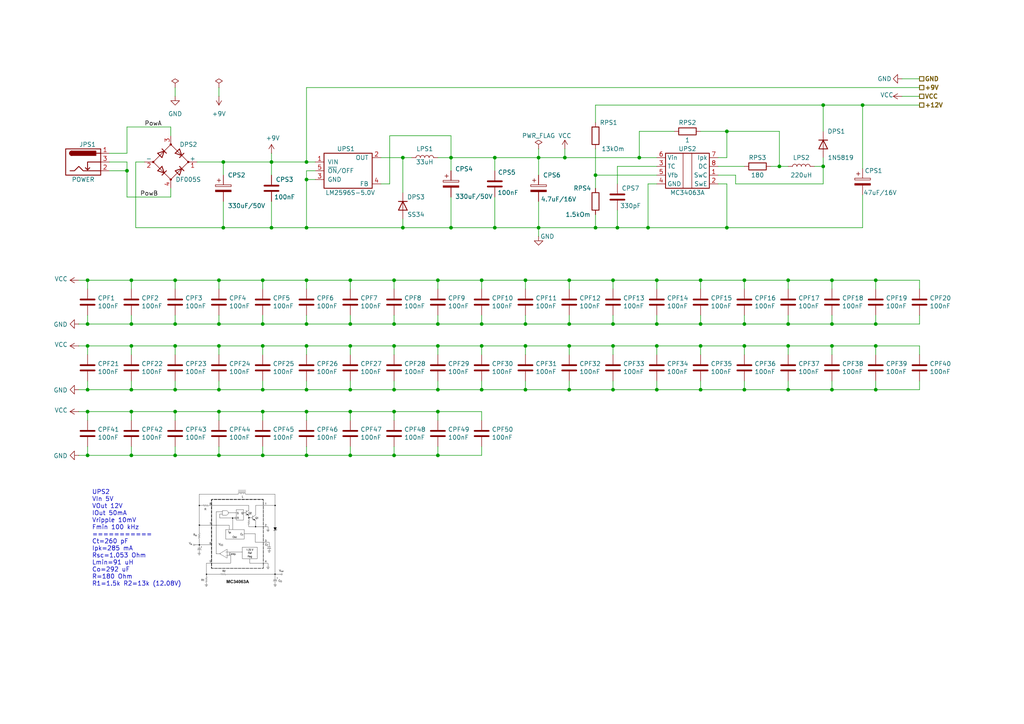
<source format=kicad_sch>
(kicad_sch (version 20231120) (generator "eeschema") (generator_version "8.0")
  (paper "A4")
  (lib_symbols
    (symbol "Device:C" (pin_numbers hide) (pin_names (offset 0.254))
      (property "Reference" "C" (at 0.635 2.54 0))
      (property "Value" "C" (at 0.635 -2.54 0))
      (symbol "C_1_1"
        (pin passive line (at 0 3.81 270) (length 2.794) (name "~") (number "1"))
        (pin passive line (at 0 -3.81 90) (length 2.794) (name "~") (number "2"))
      )
    )
    (symbol "Device:C_Polarized" (pin_numbers hide) (pin_names (offset 0.254))
      (property "Reference" "C" (at 0.635 2.54 0))
      (property "Value" "C_Polarized" (at 0.635 -2.54 0))
      (symbol "C_Polarized_1_1"
        (pin passive line (at 0 3.81 270) (length 2.794) (name "~") (number "1"))
        (pin passive line (at 0 -3.81 90) (length 2.794) (name "~") (number "2"))
      )
    )
    (symbol "Device:D" (pin_numbers hide) (pin_names (offset 1.016) hide)
      (property "Reference" "D" (at 0 2.54 0))
      (property "Value" "D" (at 0 -2.54 0))
      (symbol "D_1_1"
        (pin passive line (at -3.81 0 0) (length 2.54) (name "K") (number "1"))
        (pin passive line (at 3.81 0 180) (length 2.54) (name "A") (number "2"))
      )
    )
    (symbol "Device:D_Bridge_+-AA" (pin_names (offset 0))
      (property "Reference" "D" (at 2.54 6.985 0))
      (property "Value" "D_Bridge_+-AA" (at 2.54 5.08 0))
      (symbol "D_Bridge_+-AA_1_1"
        (pin passive line (at 7.62 0 180) (length 2.54) (name "+") (number "1"))
        (pin passive line (at -7.62 0 0) (length 2.54) (name "-") (number "2"))
        (pin passive line (at 0 7.62 270) (length 2.54) (name "~") (number "3"))
        (pin passive line (at 0 -7.62 90) (length 2.54) (name "~") (number "4"))
      )
    )
    (symbol "Device:L" (pin_numbers hide) (pin_names (offset 1.016) hide)
      (property "Reference" "L" (at -1.27 0 90))
      (property "Value" "L" (at 1.905 0 90))
      (symbol "L_1_1"
        (pin passive line (at 0 3.81 270) (length 1.27) (name "1") (number "1"))
        (pin passive line (at 0 -3.81 90) (length 1.27) (name "2") (number "2"))
      )
    )
    (symbol "Device:R" (pin_numbers hide) (pin_names (offset 0))
      (property "Reference" "R" (at 2.032 0 90))
      (property "Value" "R" (at 0 0 90))
      (symbol "R_1_1"
        (pin passive line (at 0 3.81 270) (length 1.27) (name "~") (number "1"))
        (pin passive line (at 0 -3.81 90) (length 1.27) (name "~") (number "2"))
      )
    )
    (symbol "power:+9V" (power) (pin_numbers hide) (pin_names (offset 0) hide)
      (property "Value" "+9V" (at 0 3.556 0))
      (symbol "+9V_1_1"
        (pin power_in line (at 0 0 90) (length 0) (name "~") (number "1"))
      )
    )
    (symbol "power:GND" (power) (pin_numbers hide) (pin_names (offset 0) hide)
      (property "Value" "GND" (at 0 -3.81 0))
      (symbol "GND_1_1"
        (pin power_in line (at 0 0 270) (length 0) (name "~") (number "1"))
      )
    )
    (symbol "power:PWR_FLAG" (power) (pin_numbers hide) (pin_names (offset 0) hide)
      (property "Value" "PWR_FLAG" (at 0 3.81 0))
      (symbol "PWR_FLAG_0_0"
        (pin power_out line (at 0 0 90) (length 0) (name "~") (number "1"))
      )
    )
    (symbol "power:VCC" (power) (pin_numbers hide) (pin_names (offset 0) hide)
      (property "Value" "VCC" (at 0 3.556 0))
      (symbol "VCC_1_1"
        (pin power_in line (at 0 0 90) (length 0) (name "~") (number "1"))
      )
    )
    (symbol "zx_custom_symbol:LM2596S-5.0V" (pin_names (offset 1.016))
      (property "Reference" "U" (at 0 6.35 0))
      (property "Value" "LM2596S-5.0V" (at 0 -6.35 0))
      (symbol "LM2596S-5.0V_1_1"
        (pin power_in line (at -10.16 2.54 0) (length 2.54) (name "VIN") (number "1"))
        (pin power_out line (at 8.89 3.81 180) (length 2.54) (name "OUT") (number "2"))
        (pin power_in line (at -10.16 -2.54 0) (length 2.54) (name "GND") (number "3"))
        (pin input line (at 8.89 -3.81 180) (length 2.54) (name "FB") (number "4"))
        (pin input line (at -10.16 0 0) (length 2.54) (name "~{ON}/OFF") (number "5"))
      )
    )
    (symbol "zx_custom_symbol:MC34063A"
      (property "Reference" "U" (at -0.635 6.35 0))
      (property "Value" "MC34063A" (at -5.08 -6.35 0))
      (symbol "MC34063A_1_1"
        (pin open_collector line (at 8.89 -1.27 180) (length 2.54) (name "SwC") (number "1"))
        (pin passive line (at 8.89 -3.81 180) (length 2.54) (name "SwE") (number "2"))
        (pin passive line (at -8.89 1.27 0) (length 2.54) (name "TC") (number "3"))
        (pin power_in line (at -8.89 -3.81 0) (length 2.54) (name "GND") (number "4"))
        (pin input line (at -8.89 -1.27 0) (length 2.54) (name "Vfb") (number "5"))
        (pin power_in line (at -8.89 3.81 0) (length 2.54) (name "Vin") (number "6"))
        (pin input line (at 8.89 3.81 180) (length 2.54) (name "Ipk") (number "7"))
        (pin open_collector line (at 8.89 1.27 180) (length 2.54) (name "DC") (number "8"))
      )
    )
    (symbol "zx_custom_symbol:Power_Jack" (pin_names (offset 1.016))
      (property "Reference" "CN" (at 0 5.08 0))
      (property "Value" "Power_Jack" (at 0 -5.08 0))
      (symbol "Power_Jack_1_1"
        (pin passive line (at 7.62 2.54 180) (length 2.54) (name "~") (number "1"))
        (pin passive line (at 7.62 -2.54 180) (length 2.54) (name "~") (number "2"))
        (pin passive line (at 7.62 0 180) (length 2.54) (name "~") (number "3"))
      )
    )
  )
  (junction (at 203.2 113.03))
  (junction (at 127 100.33))
  (junction (at 241.3 100.33))
  (junction (at 156.21 45.72))
  (junction (at 101.6 132.08))
  (junction (at 143.51 66.04))
  (junction (at 238.76 48.26))
  (junction (at 88.9 46.99))
  (junction (at 25.4 81.28))
  (junction (at 63.5 100.33))
  (junction (at 185.42 45.72))
  (junction (at 228.6 113.03))
  (junction (at 215.9 93.98))
  (junction (at 228.6 81.28))
  (junction (at 114.3 113.03))
  (junction (at 254 81.28))
  (junction (at 36.83 49.53))
  (junction (at 101.6 113.03))
  (junction (at 38.1 132.08))
  (junction (at 76.2 100.33))
  (junction (at 228.6 100.33))
  (junction (at 187.96 66.04))
  (junction (at 241.3 81.28))
  (junction (at 215.9 113.03))
  (junction (at 38.1 113.03))
  (junction (at 101.6 81.28))
  (junction (at 210.82 38.1))
  (junction (at 165.1 113.03))
  (junction (at 88.9 113.03))
  (junction (at 63.5 81.28))
  (junction (at 190.5 113.03))
  (junction (at 226.06 48.26))
  (junction (at 203.2 81.28))
  (junction (at 143.51 45.72))
  (junction (at 190.5 93.98))
  (junction (at 88.9 132.08))
  (junction (at 163.83 45.72))
  (junction (at 165.1 100.33))
  (junction (at 241.3 93.98))
  (junction (at 25.4 113.03))
  (junction (at 203.2 100.33))
  (junction (at 25.4 93.98))
  (junction (at 63.5 119.38))
  (junction (at 190.5 81.28))
  (junction (at 76.2 119.38))
  (junction (at 76.2 113.03))
  (junction (at 215.9 100.33))
  (junction (at 88.9 93.98))
  (junction (at 152.4 113.03))
  (junction (at 177.8 93.98))
  (junction (at 38.1 81.28))
  (junction (at 25.4 119.38))
  (junction (at 203.2 93.98))
  (junction (at 127 119.38))
  (junction (at 177.8 100.33))
  (junction (at 156.21 66.04))
  (junction (at 152.4 81.28))
  (junction (at 38.1 119.38))
  (junction (at 116.84 45.72))
  (junction (at 114.3 119.38))
  (junction (at 88.9 52.07))
  (junction (at 177.8 81.28))
  (junction (at 152.4 100.33))
  (junction (at 139.7 81.28))
  (junction (at 127 132.08))
  (junction (at 130.81 66.04))
  (junction (at 127 113.03))
  (junction (at 63.5 113.03))
  (junction (at 101.6 100.33))
  (junction (at 130.81 45.72))
  (junction (at 165.1 81.28))
  (junction (at 88.9 119.38))
  (junction (at 228.6 93.98))
  (junction (at 210.82 66.04))
  (junction (at 76.2 93.98))
  (junction (at 179.07 66.04))
  (junction (at 88.9 100.33))
  (junction (at 25.4 100.33))
  (junction (at 254 100.33))
  (junction (at 250.19 30.48))
  (junction (at 38.1 93.98))
  (junction (at 88.9 66.04))
  (junction (at 238.76 30.48))
  (junction (at 139.7 100.33))
  (junction (at 38.1 100.33))
  (junction (at 78.74 46.99))
  (junction (at 50.8 119.38))
  (junction (at 254 93.98))
  (junction (at 114.3 81.28))
  (junction (at 76.2 81.28))
  (junction (at 241.3 113.03))
  (junction (at 165.1 93.98))
  (junction (at 215.9 81.28))
  (junction (at 76.2 132.08))
  (junction (at 190.5 100.33))
  (junction (at 139.7 93.98))
  (junction (at 25.4 132.08))
  (junction (at 172.72 50.8))
  (junction (at 127 93.98))
  (junction (at 114.3 132.08))
  (junction (at 177.8 113.03))
  (junction (at 114.3 93.98))
  (junction (at 254 113.03))
  (junction (at 50.8 81.28))
  (junction (at 127 81.28))
  (junction (at 78.74 66.04))
  (junction (at 116.84 66.04))
  (junction (at 50.8 132.08))
  (junction (at 101.6 93.98))
  (junction (at 88.9 81.28))
  (junction (at 50.8 93.98))
  (junction (at 172.72 66.04))
  (junction (at 63.5 93.98))
  (junction (at 114.3 100.33))
  (junction (at 64.77 46.99))
  (junction (at 101.6 119.38))
  (junction (at 64.77 66.04))
  (junction (at 50.8 100.33))
  (junction (at 139.7 113.03))
  (junction (at 50.8 113.03))
  (junction (at 63.5 132.08))
  (junction (at 152.4 93.98))
  (wire (pts (xy 254 110.49) (xy 254 113.03)))
  (wire (pts (xy 76.2 91.44) (xy 76.2 93.98)))
  (wire (pts (xy 25.4 93.98) (xy 38.1 93.98)))
  (wire (pts (xy 25.4 91.44) (xy 25.4 93.98)))
  (wire (pts (xy 238.76 45.72) (xy 238.76 48.26)))
  (wire (pts (xy 113.03 39.37) (xy 113.03 53.34)))
  (wire (pts (xy 254 100.33) (xy 254 102.87)))
  (wire (pts (xy 101.6 119.38) (xy 101.6 121.92)))
  (wire (pts (xy 38.1 119.38) (xy 50.8 119.38)))
  (wire (pts (xy 88.9 66.04) (xy 116.84 66.04)))
  (wire (pts (xy 241.3 91.44) (xy 241.3 93.98)))
  (wire (pts (xy 185.42 45.72) (xy 190.5 45.72)))
  (wire (pts (xy 127 100.33) (xy 139.7 100.33)))
  (wire (pts (xy 50.8 100.33) (xy 50.8 102.87)))
  (wire (pts (xy 238.76 30.48) (xy 238.76 38.1)))
  (wire (pts (xy 114.3 119.38) (xy 114.3 121.92)))
  (wire (pts (xy 156.21 66.04) (xy 156.21 68.58)))
  (wire (pts (xy 190.5 93.98) (xy 203.2 93.98)))
  (wire (pts (xy 187.96 53.34) (xy 190.5 53.34)))
  (wire (pts (xy 38.1 100.33) (xy 38.1 102.87)))
  (wire (pts (xy 195.58 38.1) (xy 185.42 38.1)))
  (wire (pts (xy 139.7 100.33) (xy 152.4 100.33)))
  (wire (pts (xy 50.8 91.44) (xy 50.8 93.98)))
  (wire (pts (xy 130.81 39.37) (xy 130.81 45.72)))
  (wire (pts (xy 63.5 91.44) (xy 63.5 93.98)))
  (wire (pts (xy 210.82 38.1) (xy 210.82 45.72)))
  (wire (pts (xy 213.36 50.8) (xy 213.36 53.34)))
  (wire (pts (xy 165.1 100.33) (xy 177.8 100.33)))
  (wire (pts (xy 64.77 46.99) (xy 64.77 50.8)))
  (wire (pts (xy 139.7 93.98) (xy 152.4 93.98)))
  (wire (pts (xy 254 93.98) (xy 266.7 93.98)))
  (wire (pts (xy 139.7 100.33) (xy 139.7 102.87)))
  (wire (pts (xy 238.76 48.26) (xy 238.76 53.34)))
  (wire (pts (xy 88.9 52.07) (xy 88.9 66.04)))
  (wire (pts (xy 187.96 53.34) (xy 187.96 66.04)))
  (wire (pts (xy 88.9 93.98) (xy 101.6 93.98)))
  (wire (pts (xy 88.9 100.33) (xy 88.9 102.87)))
  (wire (pts (xy 50.8 93.98) (xy 63.5 93.98)))
  (wire (pts (xy 64.77 58.42) (xy 64.77 66.04)))
  (wire (pts (xy 114.3 81.28) (xy 114.3 83.82)))
  (wire (pts (xy 165.1 81.28) (xy 165.1 83.82)))
  (wire (pts (xy 156.21 58.42) (xy 156.21 66.04)))
  (wire (pts (xy 78.74 50.8) (xy 78.74 46.99)))
  (wire (pts (xy 203.2 113.03) (xy 215.9 113.03)))
  (wire (pts (xy 215.9 100.33) (xy 228.6 100.33)))
  (wire (pts (xy 172.72 62.23) (xy 172.72 66.04)))
  (wire (pts (xy 139.7 81.28) (xy 139.7 83.82)))
  (wire (pts (xy 215.9 113.03) (xy 228.6 113.03)))
  (wire (pts (xy 50.8 100.33) (xy 63.5 100.33)))
  (wire (pts (xy 143.51 45.72) (xy 156.21 45.72)))
  (wire (pts (xy 63.5 25.4) (xy 63.5 27.94)))
  (wire (pts (xy 88.9 81.28) (xy 101.6 81.28)))
  (wire (pts (xy 38.1 113.03) (xy 50.8 113.03)))
  (wire (pts (xy 116.84 45.72) (xy 119.38 45.72)))
  (wire (pts (xy 91.44 52.07) (xy 88.9 52.07)))
  (wire (pts (xy 127 110.49) (xy 127 113.03)))
  (wire (pts (xy 127 91.44) (xy 127 93.98)))
  (wire (pts (xy 25.4 132.08) (xy 38.1 132.08)))
  (wire (pts (xy 78.74 66.04) (xy 88.9 66.04)))
  (wire (pts (xy 139.7 81.28) (xy 152.4 81.28)))
  (wire (pts (xy 36.83 36.83) (xy 49.53 36.83)))
  (wire (pts (xy 254 113.03) (xy 266.7 113.03)))
  (wire (pts (xy 38.1 93.98) (xy 50.8 93.98)))
  (wire (pts (xy 76.2 110.49) (xy 76.2 113.03)))
  (wire (pts (xy 22.86 132.08) (xy 25.4 132.08)))
  (wire (pts (xy 177.8 100.33) (xy 177.8 102.87)))
  (wire (pts (xy 114.3 93.98) (xy 127 93.98)))
  (wire (pts (xy 241.3 93.98) (xy 254 93.98)))
  (wire (pts (xy 38.1 100.33) (xy 50.8 100.33)))
  (wire (pts (xy 165.1 110.49) (xy 165.1 113.03)))
  (wire (pts (xy 88.9 49.53) (xy 88.9 52.07)))
  (wire (pts (xy 88.9 81.28) (xy 88.9 83.82)))
  (wire (pts (xy 228.6 91.44) (xy 228.6 93.98)))
  (wire (pts (xy 139.7 110.49) (xy 139.7 113.03)))
  (wire (pts (xy 152.4 110.49) (xy 152.4 113.03)))
  (wire (pts (xy 25.4 113.03) (xy 38.1 113.03)))
  (wire (pts (xy 101.6 93.98) (xy 114.3 93.98)))
  (wire (pts (xy 172.72 30.48) (xy 172.72 35.56)))
  (wire (pts (xy 22.86 81.28) (xy 25.4 81.28)))
  (wire (pts (xy 31.75 46.99) (xy 36.83 46.99)))
  (wire (pts (xy 63.5 81.28) (xy 63.5 83.82)))
  (wire (pts (xy 127 113.03) (xy 139.7 113.03)))
  (wire (pts (xy 114.3 132.08) (xy 127 132.08)))
  (wire (pts (xy 143.51 45.72) (xy 143.51 49.53)))
  (wire (pts (xy 152.4 81.28) (xy 152.4 83.82)))
  (wire (pts (xy 203.2 93.98) (xy 215.9 93.98)))
  (wire (pts (xy 41.91 46.99) (xy 39.37 46.99)))
  (wire (pts (xy 152.4 93.98) (xy 165.1 93.98)))
  (wire (pts (xy 50.8 119.38) (xy 63.5 119.38)))
  (wire (pts (xy 57.15 46.99) (xy 64.77 46.99)))
  (wire (pts (xy 22.86 119.38) (xy 25.4 119.38)))
  (wire (pts (xy 38.1 129.54) (xy 38.1 132.08)))
  (wire (pts (xy 226.06 38.1) (xy 226.06 48.26)))
  (wire (pts (xy 116.84 63.5) (xy 116.84 66.04)))
  (wire (pts (xy 215.9 81.28) (xy 228.6 81.28)))
  (wire (pts (xy 88.9 46.99) (xy 91.44 46.99)))
  (wire (pts (xy 185.42 38.1) (xy 185.42 45.72)))
  (wire (pts (xy 139.7 113.03) (xy 152.4 113.03)))
  (wire (pts (xy 127 119.38) (xy 139.7 119.38)))
  (wire (pts (xy 177.8 93.98) (xy 190.5 93.98)))
  (wire (pts (xy 226.06 48.26) (xy 228.6 48.26)))
  (wire (pts (xy 250.19 30.48) (xy 266.7 30.48)))
  (wire (pts (xy 203.2 81.28) (xy 203.2 83.82)))
  (wire (pts (xy 50.8 25.4) (xy 50.8 27.94)))
  (wire (pts (xy 165.1 91.44) (xy 165.1 93.98)))
  (wire (pts (xy 203.2 110.49) (xy 203.2 113.03)))
  (wire (pts (xy 203.2 38.1) (xy 210.82 38.1)))
  (wire (pts (xy 38.1 91.44) (xy 38.1 93.98)))
  (wire (pts (xy 110.49 45.72) (xy 116.84 45.72)))
  (wire (pts (xy 228.6 100.33) (xy 228.6 102.87)))
  (wire (pts (xy 88.9 129.54) (xy 88.9 132.08)))
  (wire (pts (xy 127 93.98) (xy 139.7 93.98)))
  (wire (pts (xy 25.4 119.38) (xy 38.1 119.38)))
  (wire (pts (xy 208.28 48.26) (xy 215.9 48.26)))
  (wire (pts (xy 116.84 45.72) (xy 116.84 55.88)))
  (wire (pts (xy 172.72 50.8) (xy 172.72 54.61)))
  (wire (pts (xy 101.6 81.28) (xy 101.6 83.82)))
  (wire (pts (xy 88.9 25.4) (xy 266.7 25.4)))
  (wire (pts (xy 39.37 46.99) (xy 39.37 66.04)))
  (wire (pts (xy 64.77 66.04) (xy 78.74 66.04)))
  (wire (pts (xy 114.3 81.28) (xy 127 81.28)))
  (wire (pts (xy 50.8 119.38) (xy 50.8 121.92)))
  (wire (pts (xy 210.82 66.04) (xy 250.19 66.04)))
  (wire (pts (xy 172.72 43.18) (xy 172.72 50.8)))
  (wire (pts (xy 215.9 100.33) (xy 215.9 102.87)))
  (wire (pts (xy 266.7 100.33) (xy 266.7 102.87)))
  (wire (pts (xy 22.86 100.33) (xy 25.4 100.33)))
  (wire (pts (xy 88.9 46.99) (xy 88.9 25.4)))
  (wire (pts (xy 127 129.54) (xy 127 132.08)))
  (wire (pts (xy 179.07 66.04) (xy 187.96 66.04)))
  (wire (pts (xy 266.7 110.49) (xy 266.7 113.03)))
  (wire (pts (xy 215.9 110.49) (xy 215.9 113.03)))
  (wire (pts (xy 228.6 81.28) (xy 241.3 81.28)))
  (wire (pts (xy 250.19 30.48) (xy 250.19 48.895)))
  (wire (pts (xy 187.96 66.04) (xy 210.82 66.04)))
  (wire (pts (xy 76.2 119.38) (xy 88.9 119.38)))
  (wire (pts (xy 25.4 129.54) (xy 25.4 132.08)))
  (wire (pts (xy 88.9 113.03) (xy 101.6 113.03)))
  (wire (pts (xy 254 81.28) (xy 254 83.82)))
  (wire (pts (xy 165.1 100.33) (xy 165.1 102.87)))
  (wire (pts (xy 25.4 119.38) (xy 25.4 121.92)))
  (wire (pts (xy 190.5 81.28) (xy 190.5 83.82)))
  (wire (pts (xy 223.52 48.26) (xy 226.06 48.26)))
  (wire (pts (xy 101.6 129.54) (xy 101.6 132.08)))
  (wire (pts (xy 130.81 39.37) (xy 113.03 39.37)))
  (wire (pts (xy 63.5 93.98) (xy 76.2 93.98)))
  (wire (pts (xy 76.2 100.33) (xy 88.9 100.33)))
  (wire (pts (xy 31.75 49.53) (xy 36.83 49.53)))
  (wire (pts (xy 143.51 57.15) (xy 143.51 66.04)))
  (wire (pts (xy 101.6 132.08) (xy 114.3 132.08)))
  (wire (pts (xy 76.2 100.33) (xy 76.2 102.87)))
  (wire (pts (xy 50.8 81.28) (xy 63.5 81.28)))
  (wire (pts (xy 127 45.72) (xy 130.81 45.72)))
  (wire (pts (xy 210.82 38.1) (xy 226.06 38.1)))
  (wire (pts (xy 139.7 91.44) (xy 139.7 93.98)))
  (wire (pts (xy 50.8 81.28) (xy 50.8 83.82)))
  (wire (pts (xy 241.3 81.28) (xy 254 81.28)))
  (wire (pts (xy 179.07 48.26) (xy 179.07 53.34)))
  (wire (pts (xy 101.6 91.44) (xy 101.6 93.98)))
  (wire (pts (xy 63.5 129.54) (xy 63.5 132.08)))
  (wire (pts (xy 63.5 100.33) (xy 63.5 102.87)))
  (wire (pts (xy 127 81.28) (xy 127 83.82)))
  (wire (pts (xy 101.6 113.03) (xy 114.3 113.03)))
  (wire (pts (xy 38.1 81.28) (xy 50.8 81.28)))
  (wire (pts (xy 165.1 81.28) (xy 177.8 81.28)))
  (wire (pts (xy 63.5 100.33) (xy 76.2 100.33)))
  (wire (pts (xy 228.6 81.28) (xy 228.6 83.82)))
  (wire (pts (xy 266.7 81.28) (xy 266.7 83.82)))
  (wire (pts (xy 241.3 81.28) (xy 241.3 83.82)))
  (wire (pts (xy 208.28 45.72) (xy 210.82 45.72)))
  (wire (pts (xy 177.8 81.28) (xy 190.5 81.28)))
  (wire (pts (xy 179.07 48.26) (xy 190.5 48.26)))
  (wire (pts (xy 25.4 110.49) (xy 25.4 113.03)))
  (wire (pts (xy 156.21 45.72) (xy 163.83 45.72)))
  (wire (pts (xy 114.3 119.38) (xy 127 119.38)))
  (wire (pts (xy 241.3 113.03) (xy 254 113.03)))
  (wire (pts (xy 238.76 30.48) (xy 250.19 30.48)))
  (wire (pts (xy 36.83 44.45) (xy 36.83 36.83)))
  (wire (pts (xy 143.51 66.04) (xy 156.21 66.04)))
  (wire (pts (xy 177.8 100.33) (xy 190.5 100.33)))
  (wire (pts (xy 179.07 60.96) (xy 179.07 66.04)))
  (wire (pts (xy 114.3 129.54) (xy 114.3 132.08)))
  (wire (pts (xy 254 100.33) (xy 266.7 100.33)))
  (wire (pts (xy 101.6 119.38) (xy 114.3 119.38)))
  (wire (pts (xy 101.6 81.28) (xy 114.3 81.28)))
  (wire (pts (xy 208.28 50.8) (xy 213.36 50.8)))
  (wire (pts (xy 88.9 91.44) (xy 88.9 93.98)))
  (wire (pts (xy 78.74 44.45) (xy 78.74 46.99)))
  (wire (pts (xy 228.6 110.49) (xy 228.6 113.03)))
  (wire (pts (xy 101.6 110.49) (xy 101.6 113.03)))
  (wire (pts (xy 215.9 91.44) (xy 215.9 93.98)))
  (wire (pts (xy 261.62 22.86) (xy 266.7 22.86)))
  (wire (pts (xy 130.81 45.72) (xy 143.51 45.72)))
  (wire (pts (xy 152.4 100.33) (xy 152.4 102.87)))
  (wire (pts (xy 63.5 119.38) (xy 63.5 121.92)))
  (wire (pts (xy 156.21 66.04) (xy 172.72 66.04)))
  (wire (pts (xy 49.53 36.83) (xy 49.53 39.37)))
  (wire (pts (xy 228.6 93.98) (xy 241.3 93.98)))
  (wire (pts (xy 114.3 110.49) (xy 114.3 113.03)))
  (wire (pts (xy 101.6 100.33) (xy 114.3 100.33)))
  (wire (pts (xy 88.9 132.08) (xy 101.6 132.08)))
  (wire (pts (xy 172.72 30.48) (xy 238.76 30.48)))
  (wire (pts (xy 88.9 110.49) (xy 88.9 113.03)))
  (wire (pts (xy 113.03 53.34) (xy 110.49 53.34)))
  (wire (pts (xy 163.83 43.18) (xy 163.83 45.72)))
  (wire (pts (xy 76.2 129.54) (xy 76.2 132.08)))
  (wire (pts (xy 190.5 100.33) (xy 203.2 100.33)))
  (wire (pts (xy 152.4 113.03) (xy 165.1 113.03)))
  (wire (pts (xy 50.8 113.03) (xy 63.5 113.03)))
  (wire (pts (xy 152.4 100.33) (xy 165.1 100.33)))
  (wire (pts (xy 127 132.08) (xy 139.7 132.08)))
  (wire (pts (xy 114.3 100.33) (xy 127 100.33)))
  (wire (pts (xy 39.37 66.04) (xy 64.77 66.04)))
  (wire (pts (xy 101.6 100.33) (xy 101.6 102.87)))
  (wire (pts (xy 254 91.44) (xy 254 93.98)))
  (wire (pts (xy 172.72 50.8) (xy 190.5 50.8)))
  (wire (pts (xy 130.81 49.53) (xy 130.81 45.72)))
  (wire (pts (xy 130.81 57.15) (xy 130.81 66.04)))
  (wire (pts (xy 76.2 93.98) (xy 88.9 93.98)))
  (wire (pts (xy 78.74 58.42) (xy 78.74 66.04)))
  (wire (pts (xy 215.9 81.28) (xy 215.9 83.82)))
  (wire (pts (xy 127 100.33) (xy 127 102.87)))
  (wire (pts (xy 156.21 45.72) (xy 156.21 50.8)))
  (wire (pts (xy 63.5 132.08) (xy 76.2 132.08)))
  (wire (pts (xy 78.74 46.99) (xy 88.9 46.99)))
  (wire (pts (xy 88.9 119.38) (xy 101.6 119.38)))
  (wire (pts (xy 172.72 66.04) (xy 179.07 66.04)))
  (wire (pts (xy 203.2 81.28) (xy 215.9 81.28)))
  (wire (pts (xy 241.3 100.33) (xy 241.3 102.87)))
  (wire (pts (xy 208.28 53.34) (xy 210.82 53.34)))
  (wire (pts (xy 127 81.28) (xy 139.7 81.28)))
  (wire (pts (xy 114.3 100.33) (xy 114.3 102.87)))
  (wire (pts (xy 91.44 49.53) (xy 88.9 49.53)))
  (wire (pts (xy 63.5 81.28) (xy 76.2 81.28)))
  (wire (pts (xy 63.5 113.03) (xy 76.2 113.03)))
  (wire (pts (xy 190.5 100.33) (xy 190.5 102.87)))
  (wire (pts (xy 228.6 113.03) (xy 241.3 113.03)))
  (wire (pts (xy 38.1 119.38) (xy 38.1 121.92)))
  (wire (pts (xy 31.75 44.45) (xy 36.83 44.45)))
  (wire (pts (xy 25.4 81.28) (xy 38.1 81.28)))
  (wire (pts (xy 127 119.38) (xy 127 121.92)))
  (wire (pts (xy 88.9 100.33) (xy 101.6 100.33)))
  (wire (pts (xy 50.8 132.08) (xy 63.5 132.08)))
  (wire (pts (xy 203.2 91.44) (xy 203.2 93.98)))
  (wire (pts (xy 163.83 45.72) (xy 185.42 45.72)))
  (wire (pts (xy 38.1 132.08) (xy 50.8 132.08)))
  (wire (pts (xy 36.83 49.53) (xy 36.83 57.15)))
  (wire (pts (xy 76.2 132.08) (xy 88.9 132.08)))
  (wire (pts (xy 114.3 91.44) (xy 114.3 93.98)))
  (wire (pts (xy 241.3 100.33) (xy 254 100.33)))
  (wire (pts (xy 114.3 113.03) (xy 127 113.03)))
  (wire (pts (xy 177.8 81.28) (xy 177.8 83.82)))
  (wire (pts (xy 76.2 113.03) (xy 88.9 113.03)))
  (wire (pts (xy 177.8 110.49) (xy 177.8 113.03)))
  (wire (pts (xy 215.9 93.98) (xy 228.6 93.98)))
  (wire (pts (xy 213.36 53.34) (xy 238.76 53.34)))
  (wire (pts (xy 190.5 113.03) (xy 203.2 113.03)))
  (wire (pts (xy 190.5 110.49) (xy 190.5 113.03)))
  (wire (pts (xy 210.82 53.34) (xy 210.82 66.04)))
  (wire (pts (xy 139.7 129.54) (xy 139.7 132.08)))
  (wire (pts (xy 36.83 46.99) (xy 36.83 49.53)))
  (wire (pts (xy 165.1 93.98) (xy 177.8 93.98)))
  (wire (pts (xy 139.7 119.38) (xy 139.7 121.92)))
  (wire (pts (xy 241.3 110.49) (xy 241.3 113.03)))
  (wire (pts (xy 152.4 91.44) (xy 152.4 93.98)))
  (wire (pts (xy 250.19 56.515) (xy 250.19 66.04)))
  (wire (pts (xy 203.2 100.33) (xy 203.2 102.87)))
  (wire (pts (xy 63.5 119.38) (xy 76.2 119.38)))
  (wire (pts (xy 254 81.28) (xy 266.7 81.28)))
  (wire (pts (xy 36.83 57.15) (xy 49.53 57.15)))
  (wire (pts (xy 22.86 93.98) (xy 25.4 93.98)))
  (wire (pts (xy 261.62 27.94) (xy 266.7 27.94)))
  (wire (pts (xy 63.5 110.49) (xy 63.5 113.03)))
  (wire (pts (xy 25.4 100.33) (xy 25.4 102.87)))
  (wire (pts (xy 64.77 46.99) (xy 78.74 46.99)))
  (wire (pts (xy 228.6 100.33) (xy 241.3 100.33)))
  (wire (pts (xy 190.5 91.44) (xy 190.5 93.98)))
  (wire (pts (xy 88.9 119.38) (xy 88.9 121.92)))
  (wire (pts (xy 190.5 81.28) (xy 203.2 81.28)))
  (wire (pts (xy 130.81 66.04) (xy 143.51 66.04)))
  (wire (pts (xy 50.8 110.49) (xy 50.8 113.03)))
  (wire (pts (xy 236.22 48.26) (xy 238.76 48.26)))
  (wire (pts (xy 76.2 119.38) (xy 76.2 121.92)))
  (wire (pts (xy 156.21 43.18) (xy 156.21 45.72)))
  (wire (pts (xy 38.1 110.49) (xy 38.1 113.03)))
  (wire (pts (xy 177.8 113.03) (xy 190.5 113.03)))
  (wire (pts (xy 116.84 66.04) (xy 130.81 66.04)))
  (wire (pts (xy 49.53 57.15) (xy 49.53 54.61)))
  (wire (pts (xy 266.7 91.44) (xy 266.7 93.98)))
  (wire (pts (xy 177.8 91.44) (xy 177.8 93.98)))
  (wire (pts (xy 25.4 81.28) (xy 25.4 83.82)))
  (wire (pts (xy 50.8 129.54) (xy 50.8 132.08)))
  (wire (pts (xy 22.86 113.03) (xy 25.4 113.03)))
  (wire (pts (xy 152.4 81.28) (xy 165.1 81.28)))
  (wire (pts (xy 38.1 81.28) (xy 38.1 83.82)))
  (wire (pts (xy 203.2 100.33) (xy 215.9 100.33)))
  (wire (pts (xy 25.4 100.33) (xy 38.1 100.33)))
  (wire (pts (xy 76.2 81.28) (xy 88.9 81.28)))
  (wire (pts (xy 76.2 81.28) (xy 76.2 83.82)))
  (wire (pts (xy 165.1 113.03) (xy 177.8 113.03)))
  (image (at 68.58 156.21) (scale 0.7933))
  (text "UPS2\nVIn 5V\nVOut 12V\nIOut 50mA\nVripple 10mV\nFmin 100 kHz\n===========\nCt=260 pF\nIpk=285 mA\nRsc=1.053 Ohm\nLmin=91 uH\nCo=292 uF\nR=180 Ohm\nR1=1.5k R2=13k (12.08V)" (at 26.67 170.18 0) (effects (font (size 1.27 1.27)) (justify left bottom)))
  (label "PowA" (at 41.91 36.83 0))
  (label "PowB" (at 40.64 57.15 0))
  (hierarchical_label "VCC" (shape passive) (at 266.7 27.94 0) (effects (font (thickness 0.254) (bold yes))))
  (hierarchical_label "+12V" (shape passive) (at 266.7 30.48 0) (effects (font (thickness 0.254) (bold yes))))
  (hierarchical_label "GND" (shape passive) (at 266.7 22.86 0) (effects (font (thickness 0.254) (bold yes))))
  (hierarchical_label "+9V" (shape passive) (at 266.7 25.4 0) (effects (font (thickness 0.254) (bold yes))))
  (symbol (lib_id "Device:C") (at 78.74 54.61 0) (unit 1)
    (property "Reference" "CPS3" (at 82.55 52.07 0))
    (property "Value" "100nF" (at 82.55 57.15 0))
    (property "Footprint" "Capacitor_SMD:C_0805_2012Metric_Pad1.18x1.45mm_HandSolder" (effects (hide yes)))
    (property "Description" "Unpolarized capacitor" (effects (hide yes)))
  )
  (symbol (lib_id "Device:D") (at 116.84 59.69 270) (unit 1)
    (property "Reference" "DPS3" (at 120.65 57.15 90))
    (property "Value" "SS34" (at 120.65 62.23 90))
    (property "Footprint" "Diode_SMD:D_SMA" (effects (hide yes)))
    (property "Description" "Diode" (effects (hide yes)))
    (property "Sim.Device" "D" (effects (hide yes)))
    (property "Sim.Pins" "1=K 2=A" (effects (hide yes)))
  )
  (symbol (lib_id "Device:C") (at 143.51 53.34 0) (unit 1)
    (property "Reference" "CPS5" (at 147 50 0))
    (property "Value" "100nF" (at 147.32 55.88 0))
    (property "Footprint" "Capacitor_SMD:C_0805_2012Metric_Pad1.18x1.45mm_HandSolder" (effects (hide yes)))
    (property "Description" "Unpolarized capacitor" (effects (hide yes)))
  )
  (symbol (lib_id "Device:C") (at 25.4 87.63 0) (unit 1)
    (property "Reference" "CPF1" (at 28.321 86.4616 0) (effects (justify left)))
    (property "Value" "100nF" (at 28.321 88.773 0) (effects (justify left)))
    (property "Footprint" "Capacitor_SMD:C_1206_3216Metric_Pad1.33x1.80mm_HandSolder" (effects (hide yes)))
    (property "Description" "Unpolarized capacitor" (effects (hide yes)))
  )
  (symbol (lib_id "Device:L") (at 123.19 45.72 90) (unit 1)
    (property "Reference" "LPS1" (at 123.19 43.18 90))
    (property "Value" "33uH" (at 125.73 46.99 90) (effects (justify left)))
    (property "Footprint" "Inductor_SMD:L_12x12mm_H6mm" (effects (hide yes)))
    (property "Description" "Inductor" (effects (hide yes)))
  )
  (symbol (lib_id "power:VCC") (at 163.83 43.18 0) (unit 1)
    (property "Reference" "#PWR017" (effects (hide yes)))
    (property "Value" "VCC" (at 163.83 39.37 0))
    (property "Description" "Power symbol creates a global label with name \"VCC\"" (effects (hide yes)))
  )
  (symbol (lib_id "Device:C") (at 38.1 87.63 0) (unit 1)
    (property "Reference" "CPF2" (at 41.021 86.4616 0) (effects (justify left)))
    (property "Value" "100nF" (at 41.021 88.773 0) (effects (justify left)))
    (property "Footprint" "Capacitor_SMD:C_1206_3216Metric_Pad1.33x1.80mm_HandSolder" (effects (hide yes)))
    (property "Description" "Unpolarized capacitor" (effects (hide yes)))
  )
  (symbol (lib_id "Device:C") (at 50.8 87.63 0) (unit 1)
    (property "Reference" "CPF3" (at 53.721 86.4616 0) (effects (justify left)))
    (property "Value" "100nF" (at 53.721 88.773 0) (effects (justify left)))
    (property "Footprint" "Capacitor_SMD:C_1206_3216Metric_Pad1.33x1.80mm_HandSolder" (effects (hide yes)))
    (property "Description" "Unpolarized capacitor" (effects (hide yes)))
  )
  (symbol (lib_id "Device:C") (at 63.5 87.63 0) (unit 1)
    (property "Reference" "CPF4" (at 66.421 86.4616 0) (effects (justify left)))
    (property "Value" "100nF" (at 66.421 88.773 0) (effects (justify left)))
    (property "Footprint" "Capacitor_SMD:C_1206_3216Metric_Pad1.33x1.80mm_HandSolder" (effects (hide yes)))
    (property "Description" "Unpolarized capacitor" (effects (hide yes)))
  )
  (symbol (lib_id "Device:C") (at 76.2 87.63 0) (unit 1)
    (property "Reference" "CPF5" (at 79.121 86.4616 0) (effects (justify left)))
    (property "Value" "100nF" (at 79.121 88.773 0) (effects (justify left)))
    (property "Footprint" "Capacitor_SMD:C_1206_3216Metric_Pad1.33x1.80mm_HandSolder" (effects (hide yes)))
    (property "Description" "Unpolarized capacitor" (effects (hide yes)))
  )
  (symbol (lib_id "Device:C") (at 88.9 87.63 0) (unit 1)
    (property "Reference" "CPF6" (at 91.821 86.4616 0) (effects (justify left)))
    (property "Value" "100nF" (at 91.821 88.773 0) (effects (justify left)))
    (property "Footprint" "Capacitor_SMD:C_1206_3216Metric_Pad1.33x1.80mm_HandSolder" (effects (hide yes)))
    (property "Description" "Unpolarized capacitor" (effects (hide yes)))
  )
  (symbol (lib_id "power:VCC") (at 22.86 81.28 90) (unit 1)
    (property "Reference" "#PWR020" (effects (hide yes)))
    (property "Value" "VCC" (at 19.6342 80.899 90) (effects (justify left)))
    (property "Description" "Power symbol creates a global label with name \"VCC\"" (effects (hide yes)))
  )
  (symbol (lib_id "power:GND") (at 22.86 113.03 270) (unit 1)
    (property "Reference" "#PWR023" (effects (hide yes)))
    (property "Value" "GND" (at 19.6088 113.157 90) (effects (justify right)))
    (property "Description" "Power symbol creates a global label with name \"GND\" , ground" (effects (hide yes)))
  )
  (symbol (lib_id "Device:C") (at 101.6 87.63 0) (unit 1)
    (property "Reference" "CPF7" (at 104.521 86.4616 0) (effects (justify left)))
    (property "Value" "100nF" (at 104.521 88.773 0) (effects (justify left)))
    (property "Footprint" "Capacitor_SMD:C_1206_3216Metric_Pad1.33x1.80mm_HandSolder" (effects (hide yes)))
    (property "Description" "Unpolarized capacitor" (effects (hide yes)))
  )
  (symbol (lib_id "Device:C") (at 114.3 87.63 0) (unit 1)
    (property "Reference" "CPF8" (at 117.221 86.4616 0) (effects (justify left)))
    (property "Value" "100nF" (at 117.221 88.773 0) (effects (justify left)))
    (property "Footprint" "Capacitor_SMD:C_1206_3216Metric_Pad1.33x1.80mm_HandSolder" (effects (hide yes)))
    (property "Description" "Unpolarized capacitor" (effects (hide yes)))
  )
  (symbol (lib_id "Device:C") (at 127 87.63 0) (unit 1)
    (property "Reference" "CPF9" (at 129.921 86.4616 0) (effects (justify left)))
    (property "Value" "100nF" (at 129.921 88.773 0) (effects (justify left)))
    (property "Footprint" "Capacitor_SMD:C_1206_3216Metric_Pad1.33x1.80mm_HandSolder" (effects (hide yes)))
    (property "Description" "Unpolarized capacitor" (effects (hide yes)))
  )
  (symbol (lib_id "Device:C") (at 139.7 87.63 0) (unit 1)
    (property "Reference" "CPF10" (at 142.621 86.4616 0) (effects (justify left)))
    (property "Value" "100nF" (at 142.621 88.773 0) (effects (justify left)))
    (property "Footprint" "Capacitor_SMD:C_1206_3216Metric_Pad1.33x1.80mm_HandSolder" (effects (hide yes)))
    (property "Description" "Unpolarized capacitor" (effects (hide yes)))
  )
  (symbol (lib_id "Device:C") (at 152.4 87.63 0) (unit 1)
    (property "Reference" "CPF11" (at 155.321 86.4616 0) (effects (justify left)))
    (property "Value" "100nF" (at 155.321 88.773 0) (effects (justify left)))
    (property "Footprint" "Capacitor_SMD:C_1206_3216Metric_Pad1.33x1.80mm_HandSolder" (effects (hide yes)))
    (property "Description" "Unpolarized capacitor" (effects (hide yes)))
  )
  (symbol (lib_id "Device:C") (at 165.1 87.63 0) (unit 1)
    (property "Reference" "CPF12" (at 168.021 86.4616 0) (effects (justify left)))
    (property "Value" "100nF" (at 168.021 88.773 0) (effects (justify left)))
    (property "Footprint" "Capacitor_SMD:C_1206_3216Metric_Pad1.33x1.80mm_HandSolder" (effects (hide yes)))
    (property "Description" "Unpolarized capacitor" (effects (hide yes)))
  )
  (symbol (lib_id "Device:C") (at 177.8 87.63 0) (unit 1)
    (property "Reference" "CPF13" (at 180.721 86.4616 0) (effects (justify left)))
    (property "Value" "100nF" (at 180.721 88.773 0) (effects (justify left)))
    (property "Footprint" "Capacitor_SMD:C_1206_3216Metric_Pad1.33x1.80mm_HandSolder" (effects (hide yes)))
    (property "Description" "Unpolarized capacitor" (effects (hide yes)))
  )
  (symbol (lib_id "Device:C") (at 190.5 87.63 0) (unit 1)
    (property "Reference" "CPF14" (at 193.421 86.4616 0) (effects (justify left)))
    (property "Value" "100nF" (at 193.421 88.773 0) (effects (justify left)))
    (property "Footprint" "Capacitor_SMD:C_1206_3216Metric_Pad1.33x1.80mm_HandSolder" (effects (hide yes)))
    (property "Description" "Unpolarized capacitor" (effects (hide yes)))
  )
  (symbol (lib_id "Device:C") (at 203.2 87.63 0) (unit 1)
    (property "Reference" "CPF15" (at 206.121 86.4616 0) (effects (justify left)))
    (property "Value" "100nF" (at 206.121 88.773 0) (effects (justify left)))
    (property "Footprint" "Capacitor_SMD:C_1206_3216Metric_Pad1.33x1.80mm_HandSolder" (effects (hide yes)))
    (property "Description" "Unpolarized capacitor" (effects (hide yes)))
  )
  (symbol (lib_id "Device:C") (at 215.9 87.63 0) (unit 1)
    (property "Reference" "CPF16" (at 218.821 86.4616 0) (effects (justify left)))
    (property "Value" "100nF" (at 218.821 88.773 0) (effects (justify left)))
    (property "Footprint" "Capacitor_SMD:C_1206_3216Metric_Pad1.33x1.80mm_HandSolder" (effects (hide yes)))
    (property "Description" "Unpolarized capacitor" (effects (hide yes)))
  )
  (symbol (lib_id "Device:C") (at 228.6 87.63 0) (unit 1)
    (property "Reference" "CPF17" (at 231.521 86.4616 0) (effects (justify left)))
    (property "Value" "100nF" (at 231.521 88.773 0) (effects (justify left)))
    (property "Footprint" "Capacitor_SMD:C_1206_3216Metric_Pad1.33x1.80mm_HandSolder" (effects (hide yes)))
    (property "Description" "Unpolarized capacitor" (effects (hide yes)))
  )
  (symbol (lib_id "Device:C") (at 241.3 87.63 0) (unit 1)
    (property "Reference" "CPF18" (at 244.221 86.4616 0) (effects (justify left)))
    (property "Value" "100nF" (at 244.221 88.773 0) (effects (justify left)))
    (property "Footprint" "Capacitor_SMD:C_1206_3216Metric_Pad1.33x1.80mm_HandSolder" (effects (hide yes)))
    (property "Description" "Unpolarized capacitor" (effects (hide yes)))
  )
  (symbol (lib_id "Device:C") (at 25.4 106.68 0) (unit 1)
    (property "Reference" "CPF21" (at 28.321 105.5116 0) (effects (justify left)))
    (property "Value" "100nF" (at 28.321 107.823 0) (effects (justify left)))
    (property "Footprint" "Capacitor_SMD:C_1206_3216Metric_Pad1.33x1.80mm_HandSolder" (effects (hide yes)))
    (property "Description" "Unpolarized capacitor" (effects (hide yes)))
  )
  (symbol (lib_id "Device:C") (at 38.1 106.68 0) (unit 1)
    (property "Reference" "CPF22" (at 41.021 105.5116 0) (effects (justify left)))
    (property "Value" "100nF" (at 41.021 107.823 0) (effects (justify left)))
    (property "Footprint" "Capacitor_SMD:C_1206_3216Metric_Pad1.33x1.80mm_HandSolder" (effects (hide yes)))
    (property "Description" "Unpolarized capacitor" (effects (hide yes)))
  )
  (symbol (lib_id "Device:C") (at 50.8 106.68 0) (unit 1)
    (property "Reference" "CPF23" (at 53.721 105.5116 0) (effects (justify left)))
    (property "Value" "100nF" (at 53.721 107.823 0) (effects (justify left)))
    (property "Footprint" "Capacitor_SMD:C_1206_3216Metric_Pad1.33x1.80mm_HandSolder" (effects (hide yes)))
    (property "Description" "Unpolarized capacitor" (effects (hide yes)))
  )
  (symbol (lib_id "Device:C") (at 63.5 106.68 0) (unit 1)
    (property "Reference" "CPF24" (at 66.421 105.5116 0) (effects (justify left)))
    (property "Value" "100nF" (at 66.421 107.823 0) (effects (justify left)))
    (property "Footprint" "Capacitor_SMD:C_1206_3216Metric_Pad1.33x1.80mm_HandSolder" (effects (hide yes)))
    (property "Description" "Unpolarized capacitor" (effects (hide yes)))
  )
  (symbol (lib_id "Device:C") (at 76.2 106.68 0) (unit 1)
    (property "Reference" "CPF25" (at 79.121 105.5116 0) (effects (justify left)))
    (property "Value" "100nF" (at 79.121 107.823 0) (effects (justify left)))
    (property "Footprint" "Capacitor_SMD:C_1206_3216Metric_Pad1.33x1.80mm_HandSolder" (effects (hide yes)))
    (property "Description" "Unpolarized capacitor" (effects (hide yes)))
  )
  (symbol (lib_id "Device:C") (at 88.9 106.68 0) (unit 1)
    (property "Reference" "CPF26" (at 91.821 105.5116 0) (effects (justify left)))
    (property "Value" "100nF" (at 91.821 107.823 0) (effects (justify left)))
    (property "Footprint" "Capacitor_SMD:C_1206_3216Metric_Pad1.33x1.80mm_HandSolder" (effects (hide yes)))
    (property "Description" "Unpolarized capacitor" (effects (hide yes)))
  )
  (symbol (lib_id "Device:C") (at 101.6 106.68 0) (unit 1)
    (property "Reference" "CPF27" (at 104.521 105.5116 0) (effects (justify left)))
    (property "Value" "100nF" (at 104.521 107.823 0) (effects (justify left)))
    (property "Footprint" "Capacitor_SMD:C_1206_3216Metric_Pad1.33x1.80mm_HandSolder" (effects (hide yes)))
    (property "Description" "Unpolarized capacitor" (effects (hide yes)))
  )
  (symbol (lib_id "Device:C") (at 114.3 106.68 0) (unit 1)
    (property "Reference" "CPF28" (at 117.221 105.5116 0) (effects (justify left)))
    (property "Value" "100nF" (at 117.221 107.823 0) (effects (justify left)))
    (property "Footprint" "Capacitor_SMD:C_1206_3216Metric_Pad1.33x1.80mm_HandSolder" (effects (hide yes)))
    (property "Description" "Unpolarized capacitor" (effects (hide yes)))
  )
  (symbol (lib_id "Device:C") (at 127 106.68 0) (unit 1)
    (property "Reference" "CPF29" (at 129.921 105.5116 0) (effects (justify left)))
    (property "Value" "100nF" (at 129.921 107.823 0) (effects (justify left)))
    (property "Footprint" "Capacitor_SMD:C_1206_3216Metric_Pad1.33x1.80mm_HandSolder" (effects (hide yes)))
    (property "Description" "Unpolarized capacitor" (effects (hide yes)))
  )
  (symbol (lib_id "Device:C") (at 139.7 106.68 0) (unit 1)
    (property "Reference" "CPF30" (at 142.621 105.5116 0) (effects (justify left)))
    (property "Value" "100nF" (at 142.621 107.823 0) (effects (justify left)))
    (property "Footprint" "Capacitor_SMD:C_1206_3216Metric_Pad1.33x1.80mm_HandSolder" (effects (hide yes)))
    (property "Description" "Unpolarized capacitor" (effects (hide yes)))
  )
  (symbol (lib_id "Device:C") (at 152.4 106.68 0) (unit 1)
    (property "Reference" "CPF31" (at 155.321 105.5116 0) (effects (justify left)))
    (property "Value" "100nF" (at 155.321 107.823 0) (effects (justify left)))
    (property "Footprint" "Capacitor_SMD:C_1206_3216Metric_Pad1.33x1.80mm_HandSolder" (effects (hide yes)))
    (property "Description" "Unpolarized capacitor" (effects (hide yes)))
  )
  (symbol (lib_id "Device:C") (at 165.1 106.68 0) (unit 1)
    (property "Reference" "CPF32" (at 168.021 105.5116 0) (effects (justify left)))
    (property "Value" "100nF" (at 168.021 107.823 0) (effects (justify left)))
    (property "Footprint" "Capacitor_SMD:C_1206_3216Metric_Pad1.33x1.80mm_HandSolder" (effects (hide yes)))
    (property "Description" "Unpolarized capacitor" (effects (hide yes)))
  )
  (symbol (lib_id "Device:C") (at 177.8 106.68 0) (unit 1)
    (property "Reference" "CPF33" (at 180.721 105.5116 0) (effects (justify left)))
    (property "Value" "100nF" (at 180.721 107.823 0) (effects (justify left)))
    (property "Footprint" "Capacitor_SMD:C_1206_3216Metric_Pad1.33x1.80mm_HandSolder" (effects (hide yes)))
    (property "Description" "Unpolarized capacitor" (effects (hide yes)))
  )
  (symbol (lib_id "Device:C") (at 190.5 106.68 0) (unit 1)
    (property "Reference" "CPF34" (at 193.421 105.5116 0) (effects (justify left)))
    (property "Value" "100nF" (at 193.421 107.823 0) (effects (justify left)))
    (property "Footprint" "Capacitor_SMD:C_1206_3216Metric_Pad1.33x1.80mm_HandSolder" (effects (hide yes)))
    (property "Description" "Unpolarized capacitor" (effects (hide yes)))
  )
  (symbol (lib_id "Device:C") (at 203.2 106.68 0) (unit 1)
    (property "Reference" "CPF35" (at 206.121 105.5116 0) (effects (justify left)))
    (property "Value" "100nF" (at 206.121 107.823 0) (effects (justify left)))
    (property "Footprint" "Capacitor_SMD:C_1206_3216Metric_Pad1.33x1.80mm_HandSolder" (effects (hide yes)))
    (property "Description" "Unpolarized capacitor" (effects (hide yes)))
  )
  (symbol (lib_id "Device:C") (at 215.9 106.68 0) (unit 1)
    (property "Reference" "CPF36" (at 218.821 105.5116 0) (effects (justify left)))
    (property "Value" "100nF" (at 218.821 107.823 0) (effects (justify left)))
    (property "Footprint" "Capacitor_SMD:C_1206_3216Metric_Pad1.33x1.80mm_HandSolder" (effects (hide yes)))
    (property "Description" "Unpolarized capacitor" (effects (hide yes)))
  )
  (symbol (lib_id "Device:C") (at 228.6 106.68 0) (unit 1)
    (property "Reference" "CPF37" (at 231.521 105.5116 0) (effects (justify left)))
    (property "Value" "100nF" (at 231.521 107.823 0) (effects (justify left)))
    (property "Footprint" "Capacitor_SMD:C_1206_3216Metric_Pad1.33x1.80mm_HandSolder" (effects (hide yes)))
    (property "Description" "Unpolarized capacitor" (effects (hide yes)))
  )
  (symbol (lib_id "Device:C") (at 241.3 106.68 0) (unit 1)
    (property "Reference" "CPF38" (at 244.221 105.5116 0) (effects (justify left)))
    (property "Value" "100nF" (at 244.221 107.823 0) (effects (justify left)))
    (property "Footprint" "Capacitor_SMD:C_1206_3216Metric_Pad1.33x1.80mm_HandSolder" (effects (hide yes)))
    (property "Description" "Unpolarized capacitor" (effects (hide yes)))
  )
  (symbol (lib_id "power:GND") (at 22.86 93.98 270) (unit 1)
    (property "Reference" "#PWR021" (effects (hide yes)))
    (property "Value" "GND" (at 19.6088 94.107 90) (effects (justify right)))
    (property "Description" "Power symbol creates a global label with name \"GND\" , ground" (effects (hide yes)))
  )
  (symbol (lib_id "power:VCC") (at 22.86 100.33 90) (unit 1)
    (property "Reference" "#PWR022" (effects (hide yes)))
    (property "Value" "VCC" (at 19.6342 99.949 90) (effects (justify left)))
    (property "Description" "Power symbol creates a global label with name \"VCC\"" (effects (hide yes)))
  )
  (symbol (lib_id "Device:C") (at 254 87.63 0) (unit 1)
    (property "Reference" "CPF19" (at 256.921 86.4616 0) (effects (justify left)))
    (property "Value" "100nF" (at 256.921 88.773 0) (effects (justify left)))
    (property "Footprint" "Capacitor_SMD:C_1206_3216Metric_Pad1.33x1.80mm_HandSolder" (effects (hide yes)))
    (property "Description" "Unpolarized capacitor" (effects (hide yes)))
  )
  (symbol (lib_id "Device:C") (at 266.7 87.63 0) (unit 1)
    (property "Reference" "CPF20" (at 269.621 86.4616 0) (effects (justify left)))
    (property "Value" "100nF" (at 269.621 88.773 0) (effects (justify left)))
    (property "Footprint" "Capacitor_SMD:C_1206_3216Metric_Pad1.33x1.80mm_HandSolder" (effects (hide yes)))
    (property "Description" "Unpolarized capacitor" (effects (hide yes)))
  )
  (symbol (lib_id "Device:C") (at 254 106.68 0) (unit 1)
    (property "Reference" "CPF39" (at 256.921 105.5116 0) (effects (justify left)))
    (property "Value" "100nF" (at 256.921 107.823 0) (effects (justify left)))
    (property "Footprint" "Capacitor_SMD:C_1206_3216Metric_Pad1.33x1.80mm_HandSolder" (effects (hide yes)))
    (property "Description" "Unpolarized capacitor" (effects (hide yes)))
  )
  (symbol (lib_id "Device:C") (at 266.7 106.68 0) (unit 1)
    (property "Reference" "CPF40" (at 269.621 105.5116 0) (effects (justify left)))
    (property "Value" "100nF" (at 269.621 107.823 0) (effects (justify left)))
    (property "Footprint" "Capacitor_SMD:C_1206_3216Metric_Pad1.33x1.80mm_HandSolder" (effects (hide yes)))
    (property "Description" "Unpolarized capacitor" (effects (hide yes)))
  )
  (symbol (lib_id "power:GND") (at 156.21 68.58 0) (unit 1)
    (property "Reference" "#PWR019" (effects (hide yes)))
    (property "Value" "GND" (at 158.75 68.58 0))
    (property "Description" "Power symbol creates a global label with name \"GND\" , ground" (effects (hide yes)))
  )
  (symbol (lib_id "power:PWR_FLAG") (at 50.8 25.4 0) (unit 1)
    (property "Reference" "#GND01" (effects (hide yes)))
    (property "Value" "PWR_FLAG" (effects (hide yes)))
    (property "Description" "Special symbol for telling ERC where power comes from" (effects (hide yes)))
  )
  (symbol (lib_id "power:GND") (at 50.8 27.94 0) (unit 1)
    (property "Reference" "#PWR013" (effects (hide yes)))
    (property "Value" "GND" (at 50.8 33.02 0))
    (property "Description" "Power symbol creates a global label with name \"GND\" , ground" (effects (hide yes)))
  )
  (symbol (lib_id "zx_custom_symbol:Power_Jack") (at 24.13 46.99 0) (unit 1)
    (property "Reference" "JPS1" (at 25.4 41.91 0))
    (property "Value" "POWER" (at 24.13 52.07 0))
    (property "Footprint" "Connector_BarrelJack:BarrelJack_Wuerth_6941xx301002" (effects (hide yes)))
  )
  (symbol (lib_id "Device:D_Bridge_+-AA") (at 49.53 46.99 0) (unit 1)
    (property "Reference" "DPS2" (at 52.07 41.91 0) (effects (justify left)))
    (property "Value" "DF005S" (at 54.61 52.07 0))
    (property "Footprint" "Diode_SMD:Diode_Bridge_Vishay_DFS" (effects (hide yes)))
    (property "Description" "Diode bridge, +ve/-ve/AC/AC" (effects (hide yes)))
  )
  (symbol (lib_id "power:PWR_FLAG") (at 63.5 25.4 0) (unit 1)
    (property "Reference" "#GND02" (effects (hide yes)))
    (property "Value" "PWR_FLAG" (effects (hide yes)))
    (property "Description" "Special symbol for telling ERC where power comes from" (effects (hide yes)))
  )
  (symbol (lib_id "power:+9V") (at 78.74 44.45 0) (unit 1)
    (property "Reference" "#PWR018" (effects (hide yes)))
    (property "Value" "+9V" (at 79.121 40.0558 0))
    (property "Description" "Power symbol creates a global label with name \"+9V\"" (effects (hide yes)))
  )
  (symbol (lib_id "power:+9V") (at 63.5 27.94 180) (unit 1)
    (property "Reference" "#PWR014" (effects (hide yes)))
    (property "Value" "+9V" (at 63.5 33.02 0))
    (property "Description" "Power symbol creates a global label with name \"+9V\"" (effects (hide yes)))
  )
  (symbol (lib_id "zx_custom_symbol:LM2596S-5.0V") (at 101.6 49.53 0) (unit 1)
    (property "Reference" "UPS1" (at 100.33 43.18 0))
    (property "Value" "LM2596S-5.0V" (at 101.6 55.88 0))
    (property "Footprint" "Package_TO_SOT_SMD:TO-263-5_TabPin3" (effects (hide yes)))
    (property "Datasheet" "http://www.ti.com/lit/ds/symlink/lm2596.pdf" (effects (hide yes)))
    (property "Description" "5.0V 3A Step-Down Voltage Regulator, TO-263" (effects (hide yes)))
  )
  (symbol (lib_id "power:VCC") (at 261.62 27.94 90) (unit 1)
    (property "Reference" "#PWR015" (effects (hide yes)))
    (property "Value" "VCC" (at 257.2258 27.559 90))
    (property "Description" "Power symbol creates a global label with name \"VCC\"" (effects (hide yes)))
  )
  (symbol (lib_id "power:GND") (at 261.62 22.86 270) (unit 1)
    (property "Reference" "#PWR016" (effects (hide yes)))
    (property "Value" "GND" (at 256.54 22.86 90))
    (property "Description" "Power symbol creates a global label with name \"GND\" , ground" (effects (hide yes)))
  )
  (symbol (lib_id "Device:C_Polarized") (at 156.21 54.61 0) (unit 1)
    (property "Reference" "CPS6" (at 157.48 50.8 0) (effects (justify left)))
    (property "Value" "4.7uF/16V" (at 156.845 57.785 0) (effects (justify left)))
    (property "Footprint" "Capacitor_Tantalum_SMD:CP_EIA-3216-18_Kemet-A_Pad1.58x1.35mm_HandSolder" (effects (hide yes)))
    (property "Description" "Polarized capacitor" (effects (hide yes)))
  )
  (symbol (lib_id "Device:L") (at 232.41 48.26 270) (mirror x) (unit 1)
    (property "Reference" "LPS2" (at 232.41 45.72 90))
    (property "Value" "220uH" (at 232.41 50.8 90))
    (property "Footprint" "CDInductor:CD43" (effects (hide yes)))
    (property "Description" "Inductor" (effects (hide yes)))
  )
  (symbol (lib_id "power:VCC") (at 22.86 119.38 90) (unit 1)
    (property "Reference" "#PWR024" (effects (hide yes)))
    (property "Value" "VCC" (at 19.6342 118.999 90) (effects (justify left)))
    (property "Description" "Power symbol creates a global label with name \"VCC\"" (effects (hide yes)))
  )
  (symbol (lib_id "Device:C") (at 38.1 125.73 0) (unit 1)
    (property "Reference" "CPF42" (at 41.021 124.5616 0) (effects (justify left)))
    (property "Value" "100nF" (at 41.021 126.873 0) (effects (justify left)))
    (property "Footprint" "Capacitor_SMD:C_1206_3216Metric_Pad1.33x1.80mm_HandSolder" (effects (hide yes)))
    (property "Description" "Unpolarized capacitor" (effects (hide yes)))
  )
  (symbol (lib_id "Device:C") (at 139.7 125.73 0) (unit 1)
    (property "Reference" "CPF50" (at 142.621 124.5616 0) (effects (justify left)))
    (property "Value" "100nF" (at 142.621 126.873 0) (effects (justify left)))
    (property "Footprint" "Capacitor_SMD:C_1206_3216Metric_Pad1.33x1.80mm_HandSolder" (effects (hide yes)))
    (property "Description" "Unpolarized capacitor" (effects (hide yes)))
  )
  (symbol (lib_id "Device:C") (at 114.3 125.73 0) (unit 1)
    (property "Reference" "CPF48" (at 117.221 124.5616 0) (effects (justify left)))
    (property "Value" "100nF" (at 117.221 126.873 0) (effects (justify left)))
    (property "Footprint" "Capacitor_SMD:C_1206_3216Metric_Pad1.33x1.80mm_HandSolder" (effects (hide yes)))
    (property "Description" "Unpolarized capacitor" (effects (hide yes)))
  )
  (symbol (lib_id "Device:C") (at 50.8 125.73 0) (unit 1)
    (property "Reference" "CPF43" (at 53.721 124.5616 0) (effects (justify left)))
    (property "Value" "100nF" (at 53.721 126.873 0) (effects (justify left)))
    (property "Footprint" "Capacitor_SMD:C_1206_3216Metric_Pad1.33x1.80mm_HandSolder" (effects (hide yes)))
    (property "Description" "Unpolarized capacitor" (effects (hide yes)))
  )
  (symbol (lib_id "Device:C") (at 76.2 125.73 0) (unit 1)
    (property "Reference" "CPF45" (at 79.121 124.5616 0) (effects (justify left)))
    (property "Value" "100nF" (at 79.121 126.873 0) (effects (justify left)))
    (property "Footprint" "Capacitor_SMD:C_1206_3216Metric_Pad1.33x1.80mm_HandSolder" (effects (hide yes)))
    (property "Description" "Unpolarized capacitor" (effects (hide yes)))
  )
  (symbol (lib_id "Device:C") (at 179.07 57.15 0) (unit 1)
    (property "Reference" "CPS7" (at 182.88 54.61 0))
    (property "Value" "330pF" (at 182.88 59.69 0))
    (property "Footprint" "Capacitor_SMD:C_0805_2012Metric_Pad1.18x1.45mm_HandSolder" (effects (hide yes)))
    (property "Description" "Unpolarized capacitor" (effects (hide yes)))
  )
  (symbol (lib_id "Device:R") (at 172.72 39.37 180) (unit 1)
    (property "Reference" "RPS1" (at 176.53 35.56 0))
    (property "Value" "13kOm" (at 177.8 43.18 0))
    (property "Footprint" "Resistor_SMD:R_0805_2012Metric_Pad1.20x1.40mm_HandSolder" (effects (hide yes)))
    (property "Description" "Resistor" (effects (hide yes)))
  )
  (symbol (lib_id "Device:D") (at 238.76 41.91 270) (unit 1)
    (property "Reference" "DPS1" (at 242.57 38.1 90))
    (property "Value" "1N5819" (at 243.84 45.72 90))
    (property "Footprint" "Diode_SMD:D_SOD-323_HandSoldering" (effects (hide yes)))
    (property "Description" "Diode" (effects (hide yes)))
    (property "Sim.Device" "D" (effects (hide yes)))
    (property "Sim.Pins" "1=K 2=A" (effects (hide yes)))
  )
  (symbol (lib_id "Device:R") (at 199.39 38.1 90) (unit 1)
    (property "Reference" "RPS2" (at 199.39 35.56 90))
    (property "Value" "1" (at 199.39 40.64 90))
    (property "Footprint" "Resistor_SMD:R_0805_2012Metric_Pad1.20x1.40mm_HandSolder" (effects (hide yes)))
    (property "Description" "Resistor" (effects (hide yes)))
  )
  (symbol (lib_id "Device:C") (at 127 125.73 0) (unit 1)
    (property "Reference" "CPF49" (at 129.921 124.5616 0) (effects (justify left)))
    (property "Value" "100nF" (at 129.921 126.873 0) (effects (justify left)))
    (property "Footprint" "Capacitor_SMD:C_1206_3216Metric_Pad1.33x1.80mm_HandSolder" (effects (hide yes)))
    (property "Description" "Unpolarized capacitor" (effects (hide yes)))
  )
  (symbol (lib_id "Device:R") (at 219.71 48.26 270) (mirror x) (unit 1)
    (property "Reference" "RPS3" (at 219.71 45.72 90))
    (property "Value" "180" (at 219.71 50.8 90))
    (property "Footprint" "Resistor_SMD:R_0805_2012Metric_Pad1.20x1.40mm_HandSolder" (effects (hide yes)))
    (property "Description" "Resistor" (effects (hide yes)))
  )
  (symbol (lib_id "zx_custom_symbol:MC34063A") (at 199.39 49.53 0) (unit 1)
    (property "Reference" "UPS2" (at 199.39 43.18 0))
    (property "Value" "MC34063A" (at 199.39 55.88 0))
    (property "Footprint" "Package_SO:SO-8_3.9x4.9mm_P1.27mm" (effects (hide yes)))
    (property "Datasheet" "http://www.onsemi.com/pub_link/Collateral/MC34063A-D.PDF" (effects (hide yes)))
    (property "Description" "1.5A, step-up/down/inverting switching regulator, 3-40V Vin, 100kHz" (effects (hide yes)))
  )
  (symbol (lib_id "Device:C") (at 63.5 125.73 0) (unit 1)
    (property "Reference" "CPF44" (at 66.421 124.5616 0) (effects (justify left)))
    (property "Value" "100nF" (at 66.421 126.873 0) (effects (justify left)))
    (property "Footprint" "Capacitor_SMD:C_1206_3216Metric_Pad1.33x1.80mm_HandSolder" (effects (hide yes)))
    (property "Description" "Unpolarized capacitor" (effects (hide yes)))
  )
  (symbol (lib_id "Device:C_Polarized") (at 64.77 54.61 0) (unit 1)
    (property "Reference" "CPS2" (at 66.04 50.8 0) (effects (justify left)))
    (property "Value" "330uF/50V" (at 66.04 59.69 0) (effects (justify left)))
    (property "Footprint" "Capacitor_Tantalum_SMD:CP_EIA-7343-31_Kemet-D_Pad2.25x2.55mm_HandSolder" (effects (hide yes)))
    (property "Description" "Polarized capacitor" (effects (hide yes)))
  )
  (symbol (lib_id "power:GND") (at 22.86 132.08 270) (unit 1)
    (property "Reference" "#PWR025" (effects (hide yes)))
    (property "Value" "GND" (at 19.6088 132.207 90) (effects (justify right)))
    (property "Description" "Power symbol creates a global label with name \"GND\" , ground" (effects (hide yes)))
  )
  (symbol (lib_id "Device:C") (at 101.6 125.73 0) (unit 1)
    (property "Reference" "CPF47" (at 104.521 124.5616 0) (effects (justify left)))
    (property "Value" "100nF" (at 104.521 126.873 0) (effects (justify left)))
    (property "Footprint" "Capacitor_SMD:C_1206_3216Metric_Pad1.33x1.80mm_HandSolder" (effects (hide yes)))
    (property "Description" "Unpolarized capacitor" (effects (hide yes)))
  )
  (symbol (lib_id "Device:C_Polarized") (at 250.19 52.705 0) (unit 1)
    (property "Reference" "CPS1" (at 253.365 49.53 0))
    (property "Value" "47uF/16V" (at 255.27 55.88 0))
    (property "Footprint" "Capacitor_Tantalum_SMD:CP_EIA-3216-18_Kemet-A_Pad1.58x1.35mm_HandSolder" (effects (hide yes)))
    (property "Description" "Polarized capacitor" (effects (hide yes)))
  )
  (symbol (lib_id "Device:C_Polarized") (at 130.81 53.34 0) (unit 1)
    (property "Reference" "CPS4" (at 132 49 0) (effects (justify left)))
    (property "Value" "330uF/50V" (at 132 57 0) (effects (justify left)))
    (property "Footprint" "Capacitor_Tantalum_SMD:CP_EIA-7343-31_Kemet-D_Pad2.25x2.55mm_HandSolder" (effects (hide yes)))
    (property "Description" "Polarized capacitor" (effects (hide yes)))
  )
  (symbol (lib_id "Device:C") (at 25.4 125.73 0) (unit 1)
    (property "Reference" "CPF41" (at 28.321 124.5616 0) (effects (justify left)))
    (property "Value" "100nF" (at 28.321 126.873 0) (effects (justify left)))
    (property "Footprint" "Capacitor_SMD:C_1206_3216Metric_Pad1.33x1.80mm_HandSolder" (effects (hide yes)))
    (property "Description" "Unpolarized capacitor" (effects (hide yes)))
  )
  (symbol (lib_id "Device:R") (at 172.72 58.42 0) (unit 1)
    (property "Reference" "RPS4" (at 168.91 54.61 0))
    (property "Value" "1.5kOm" (at 167.64 62.23 0))
    (property "Footprint" "Resistor_SMD:R_0805_2012Metric_Pad1.20x1.40mm_HandSolder" (effects (hide yes)))
    (property "Description" "Resistor" (effects (hide yes)))
  )
  (symbol (lib_id "power:PWR_FLAG") (at 156.21 43.18 0) (unit 1)
    (property "Reference" "#FLG01" (effects (hide yes)))
    (property "Value" "PWR_FLAG" (at 156.21 39.37 0))
    (property "Description" "Special symbol for telling ERC where power comes from" (effects (hide yes)))
  )
  (symbol (lib_id "Device:C") (at 88.9 125.73 0) (unit 1)
    (property "Reference" "CPF46" (at 91.821 124.5616 0) (effects (justify left)))
    (property "Value" "100nF" (at 91.821 126.873 0) (effects (justify left)))
    (property "Footprint" "Capacitor_SMD:C_1206_3216Metric_Pad1.33x1.80mm_HandSolder" (effects (hide yes)))
    (property "Description" "Unpolarized capacitor" (effects (hide yes)))
  )
)
</source>
